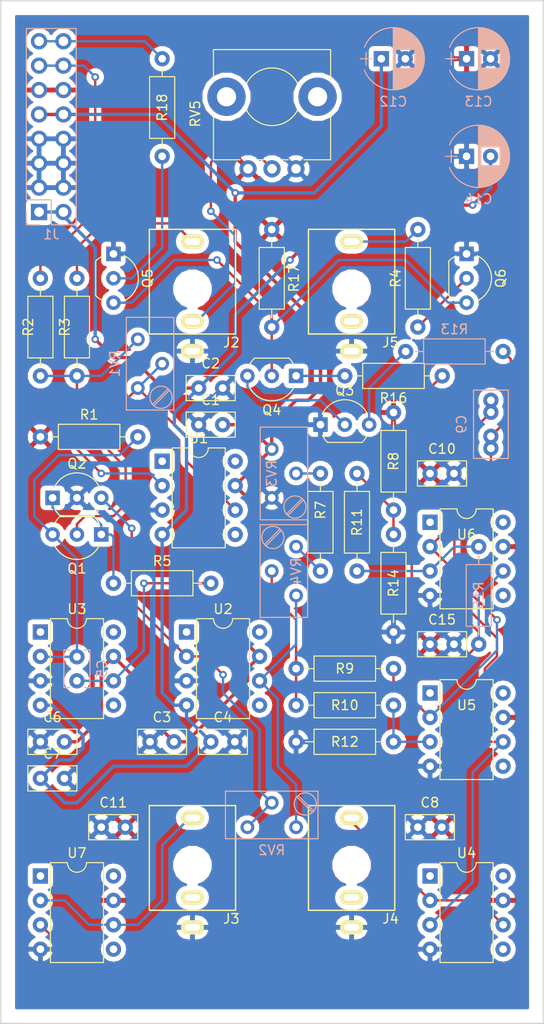
<source format=kicad_pcb>
(kicad_pcb (version 20170123) (host pcbnew "(2017-07-17 revision 94b9524f6)-master")
  (layers (0 F.Cu signal) (31 B.Cu signal) (34 B.Paste user) (35 F.Paste user) (36 B.SilkS user) (37 F.SilkS user) (38 B.Mask user) (39 F.Mask user) (44 Edge.Cuts user))
  (net 0 "")
  (net 1 +12V)
  (net 2 GND)
  (net 3 -12VA)
  (net 4 "Net-(C5-Pad2)")
  (net 5 "Net-(C5-Pad1)")
  (net 6 +5V)
  (net 7 "Net-(C9-Pad2)")
  (net 8 Tri-SMPL)
  (net 9 Gate)
  (net 10 CV)
  (net 11 "Net-(J2-Pad2)")
  (net 12 CV1)
  (net 13 "Net-(J3-Pad2)")
  (net 14 Square)
  (net 15 Triangle)
  (net 16 "Net-(J4-Pad2)")
  (net 17 Gate1)
  (net 18 "Net-(J5-Pad2)")
  (net 19 VIN)
  (net 20 "Net-(Q1-Pad1)")
  (net 21 "Net-(Q2-Pad3)")
  (net 22 "Net-(Q3-Pad2)")
  (net 23 "Net-(Q3-Pad3)")
  (net 24 "Net-(Q4-Pad1)")
  (net 25 "Net-(Q4-Pad2)")
  (net 26 "Net-(Q5-Pad2)")
  (net 27 "Net-(Q6-Pad2)")
  (net 28 "Net-(R2-Pad1)")
  (net 29 "Net-(R7-Pad1)")
  (net 30 "Net-(R7-Pad2)")
  (net 31 "Net-(R11-Pad2)")
  (net 32 "Net-(R10-Pad1)")
  (net 33 Exp-CV)
  (net 34 "Net-(R11-Pad1)")
  (net 35 Sqr-SMPL)
  (net 36 "Net-(U1-Pad8)")
  (net 37 "Net-(U1-Pad5)")
  (net 38 "Net-(U1-Pad1)")
  (net 39 "Net-(U2-Pad8)")
  (net 40 "Net-(U2-Pad5)")
  (net 41 "Net-(U2-Pad1)")
  (net 42 "Net-(U3-Pad1)")
  (net 43 "Net-(U3-Pad5)")
  (net 44 "Net-(U3-Pad8)")
  (net 45 "Net-(U4-Pad1)")
  (net 46 "Net-(U4-Pad5)")
  (net 47 "Net-(U4-Pad8)")
  (net 48 "Net-(U5-Pad1)")
  (net 49 "Net-(U5-Pad5)")
  (net 50 "Net-(U5-Pad8)")
  (net 51 "Net-(U6-Pad8)")
  (net 52 "Net-(U6-Pad5)")
  (net 53 "Net-(U6-Pad1)")
  (net 54 "Net-(U7-Pad8)")
  (net 55 "Net-(U7-Pad5)")
  (net 56 "Net-(U7-Pad1)")
  (net 57 "Net-(R10-Pad2)")
  (module Housings_DIP:DIP-8_W7.62mm (layer F.Cu) (at 116.84 107.95)
    (fp_text reference U1 (at 3.81 -2.39) (layer F.SilkS))
    (fp_text value LM741)
    (pad 8 thru_hole oval (at 7.62 0) (size 1.6 1.6) (drill 0.8) (layers *.Cu *.Mask) (net 36 "Net-(U1-Pad8)"))
    (pad 4 thru_hole oval (at 0 7.62) (size 1.6 1.6) (drill 0.8) (layers *.Cu *.Mask) (net 3 -12VA))
    (pad 7 thru_hole oval (at 7.62 2.54) (size 1.6 1.6) (drill 0.8) (layers *.Cu *.Mask) (net 1 +12V))
    (pad 3 thru_hole oval (at 0 5.08) (size 1.6 1.6) (drill 0.8) (layers *.Cu *.Mask) (net 2 GND))
    (pad 6 thru_hole oval (at 7.62 5.08) (size 1.6 1.6) (drill 0.8) (layers *.Cu *.Mask) (net 19 VIN))
    (pad 2 thru_hole oval (at 0 2.54) (size 1.6 1.6) (drill 0.8) (layers *.Cu *.Mask) (net 28 "Net-(R2-Pad1)"))
    (pad 5 thru_hole oval (at 7.62 7.62) (size 1.6 1.6) (drill 0.8) (layers *.Cu *.Mask) (net 37 "Net-(U1-Pad5)"))
    (pad 1 thru_hole rect (at 0 0) (size 1.6 1.6) (drill 0.8) (layers *.Cu *.Mask) (net 38 "Net-(U1-Pad1)"))
  )
  (module Potentiometers:Potentiometer_Alps_RK09L_Sleve_Single_Horizontal_Custom (layer F.Cu) (at 128.3 70 90)
    (fp_text reference RV5 (at -1.775 -8 90) (layer F.SilkS))
    (fp_text value 10k)
    (pad 0 np_thru_hole circle (at 0 4.75 90) (size 4 4) (drill 2) (layers *.Cu *.Mask))
    (pad 0 np_thru_hole circle (at 0 -4.75 90) (size 4 4) (drill 2) (layers *.Cu *.Mask))
    (pad 1 thru_hole circle (at -7.5 2.5 90) (size 1.8 1.8) (drill 1) (layers *.Cu *.Mask) (net 2 GND))
    (pad 2 thru_hole circle (at -7.5 0 90) (size 1.8 1.8) (drill 1) (layers *.Cu *.Mask) (net 11 "Net-(J2-Pad2)"))
    (pad 3 thru_hole circle (at -7.5 -2.5 90) (size 1.8 1.8) (drill 1) (layers *.Cu *.Mask) (net 6 +5V))
  )
  (module Capacitors_THT:C_Disc_D5.0mm_W2.5mm_P2.50mm (layer F.Cu) (at 120.65 104.14)
    (fp_text reference C1 (at 1.25 -2.56) (layer F.SilkS))
    (fp_text value 100nf)
    (pad 2 thru_hole circle (at 2.5 0) (size 1.6 1.6) (drill 0.8) (layers *.Cu *.Mask) (net 1 +12V))
    (pad 1 thru_hole circle (at 0 0) (size 1.6 1.6) (drill 0.8) (layers *.Cu *.Mask) (net 2 GND))
  )
  (module Capacitors_THT:C_Disc_D5.0mm_W2.5mm_P2.50mm (layer F.Cu) (at 120.65 100.33)
    (fp_text reference C2 (at 1.25 -2.56) (layer F.SilkS))
    (fp_text value 100nf)
    (pad 1 thru_hole circle (at 0 0) (size 1.6 1.6) (drill 0.8) (layers *.Cu *.Mask) (net 3 -12VA))
    (pad 2 thru_hole circle (at 2.5 0) (size 1.6 1.6) (drill 0.8) (layers *.Cu *.Mask) (net 2 GND))
  )
  (module Capacitors_THT:C_Disc_D5.0mm_W2.5mm_P2.50mm (layer F.Cu) (at 115.57 137.16)
    (fp_text reference C3 (at 1.25 -2.56) (layer F.SilkS))
    (fp_text value 100nf)
    (pad 1 thru_hole circle (at 0 0) (size 1.6 1.6) (drill 0.8) (layers *.Cu *.Mask) (net 2 GND))
    (pad 2 thru_hole circle (at 2.5 0) (size 1.6 1.6) (drill 0.8) (layers *.Cu *.Mask) (net 1 +12V))
  )
  (module Capacitors_THT:C_Disc_D5.0mm_W2.5mm_P2.50mm (layer F.Cu) (at 121.92 137.16)
    (fp_text reference C4 (at 1.25 -2.56) (layer F.SilkS))
    (fp_text value 100nf)
    (pad 2 thru_hole circle (at 2.5 0) (size 1.6 1.6) (drill 0.8) (layers *.Cu *.Mask) (net 2 GND))
    (pad 1 thru_hole circle (at 0 0) (size 1.6 1.6) (drill 0.8) (layers *.Cu *.Mask) (net 3 -12VA))
  )
  (module Capacitors_THT:C_Disc_D3.8mm_W2.6mm_P2.50mm (layer B.Cu) (at 107.95 130.81 90)
    (fp_text reference C5 (at 1.25 2.61 90) (layer B.SilkS) (effects (justify mirror)))
    (fp_text value 1nf)
    (pad 2 thru_hole circle (at 2.5 0 90) (size 1.6 1.6) (drill 0.8) (layers *.Cu *.Mask) (net 4 "Net-(C5-Pad2)"))
    (pad 1 thru_hole circle (at 0 0 90) (size 1.6 1.6) (drill 0.8) (layers *.Cu *.Mask) (net 5 "Net-(C5-Pad1)"))
  )
  (module Capacitors_THT:C_Disc_D5.0mm_W2.5mm_P2.50mm (layer F.Cu) (at 104.14 137.16)
    (fp_text reference C6 (at 1.25 -2.56) (layer F.SilkS))
    (fp_text value 100nf)
    (pad 1 thru_hole circle (at 0 0) (size 1.6 1.6) (drill 0.8) (layers *.Cu *.Mask) (net 2 GND))
    (pad 2 thru_hole circle (at 2.5 0) (size 1.6 1.6) (drill 0.8) (layers *.Cu *.Mask) (net 1 +12V))
  )
  (module Capacitors_THT:C_Disc_D5.0mm_W2.5mm_P2.50mm (layer F.Cu) (at 104.14 140.97)
    (fp_text reference C7 (at 1.25 -2.56) (layer F.SilkS))
    (fp_text value 100nf)
    (pad 2 thru_hole circle (at 2.5 0) (size 1.6 1.6) (drill 0.8) (layers *.Cu *.Mask) (net 2 GND))
    (pad 1 thru_hole circle (at 0 0) (size 1.6 1.6) (drill 0.8) (layers *.Cu *.Mask) (net 3 -12VA))
  )
  (module Capacitors_THT:C_Disc_D5.0mm_W2.5mm_P2.50mm (layer F.Cu) (at 143.51 146.05)
    (fp_text reference C8 (at 1.25 -2.56) (layer F.SilkS))
    (fp_text value 100nf)
    (pad 1 thru_hole circle (at 0 0) (size 1.6 1.6) (drill 0.8) (layers *.Cu *.Mask) (net 2 GND))
    (pad 2 thru_hole circle (at 2.5 0) (size 1.6 1.6) (drill 0.8) (layers *.Cu *.Mask) (net 6 +5V))
  )
  (module Capacitors_THT:C_Rect_L7.0mm_W3.5mm_P2.50mm_P5.00mm (layer B.Cu) (at 151.13 101.6 270)
    (fp_text reference C9 (at 2.5 3.06 270) (layer B.SilkS) (effects (justify mirror)))
    (fp_text value 4nf)
    (pad 2 thru_hole circle (at 5 0 270) (size 1.6 1.6) (drill 0.8) (layers *.Cu *.Mask) (net 7 "Net-(C9-Pad2)"))
    (pad 1 thru_hole circle (at 0 0 270) (size 1.6 1.6) (drill 0.8) (layers *.Cu *.Mask) (net 8 Tri-SMPL))
    (pad 2 thru_hole circle (at 3.75 0 270) (size 1.6 1.6) (drill 0.8) (layers *.Cu *.Mask) (net 7 "Net-(C9-Pad2)"))
    (pad 1 thru_hole circle (at 1.25 0 270) (size 1.6 1.6) (drill 0.8) (layers *.Cu *.Mask) (net 8 Tri-SMPL))
  )
  (module Capacitors_THT:C_Disc_D5.0mm_W2.5mm_P2.50mm (layer F.Cu) (at 144.78 109.22)
    (fp_text reference C10 (at 1.25 -2.56) (layer F.SilkS))
    (fp_text value 100nf)
    (pad 2 thru_hole circle (at 2.5 0) (size 1.6 1.6) (drill 0.8) (layers *.Cu *.Mask) (net 2 GND))
    (pad 1 thru_hole circle (at 0 0) (size 1.6 1.6) (drill 0.8) (layers *.Cu *.Mask) (net 6 +5V))
  )
  (module Capacitors_THT:C_Disc_D5.0mm_W2.5mm_P2.50mm (layer F.Cu) (at 110.49 146.05)
    (fp_text reference C11 (at 1.25 -2.56) (layer F.SilkS))
    (fp_text value 100nf)
    (pad 2 thru_hole circle (at 2.5 0) (size 1.6 1.6) (drill 0.8) (layers *.Cu *.Mask) (net 6 +5V))
    (pad 1 thru_hole circle (at 0 0) (size 1.6 1.6) (drill 0.8) (layers *.Cu *.Mask) (net 2 GND))
  )
  (module Capacitors_THT:CP_Radial_D6.3mm_P2.50mm (layer B.Cu) (at 139.7 66.04)
    (fp_text reference C12 (at 1.25 4.46) (layer B.SilkS) (effects (justify mirror)))
    (fp_text value 100uf)
    (pad 2 thru_hole circle (at 2.5 0) (size 1.6 1.6) (drill 0.8) (layers *.Cu *.Mask) (net 2 GND))
    (pad 1 thru_hole rect (at 0 0) (size 1.6 1.6) (drill 0.8) (layers *.Cu *.Mask) (net 1 +12V))
  )
  (module Capacitors_THT:CP_Radial_D6.3mm_P2.50mm (layer B.Cu) (at 148.59 66.04)
    (fp_text reference C13 (at 1.25 4.46) (layer B.SilkS) (effects (justify mirror)))
    (fp_text value 100uf)
    (pad 1 thru_hole rect (at 0 0) (size 1.6 1.6) (drill 0.8) (layers *.Cu *.Mask) (net 6 +5V))
    (pad 2 thru_hole circle (at 2.5 0) (size 1.6 1.6) (drill 0.8) (layers *.Cu *.Mask) (net 2 GND))
  )
  (module Capacitors_THT:CP_Radial_D6.3mm_P2.50mm (layer B.Cu) (at 148.59 76.2)
    (fp_text reference C14 (at 1.25 4.46) (layer B.SilkS) (effects (justify mirror)))
    (fp_text value 100uf)
    (pad 2 thru_hole circle (at 2.5 0) (size 1.6 1.6) (drill 0.8) (layers *.Cu *.Mask) (net 3 -12VA))
    (pad 1 thru_hole rect (at 0 0) (size 1.6 1.6) (drill 0.8) (layers *.Cu *.Mask) (net 2 GND))
  )
  (module Capacitors_THT:C_Disc_D5.0mm_W2.5mm_P2.50mm (layer F.Cu) (at 144.78 127)
    (fp_text reference C15 (at 1.25 -2.56) (layer F.SilkS))
    (fp_text value 100nf)
    (pad 1 thru_hole circle (at 0 0) (size 1.6 1.6) (drill 0.8) (layers *.Cu *.Mask) (net 6 +5V))
    (pad 2 thru_hole circle (at 2.5 0) (size 1.6 1.6) (drill 0.8) (layers *.Cu *.Mask) (net 2 GND))
  )
  (module Pin_Headers:Pin_Header_Straight_2x08_Pitch2.54mm (layer B.Cu) (at 104 82)
    (fp_text reference J1 (at 1.27 2.33) (layer B.SilkS) (effects (justify mirror)))
    (fp_text value CONN_02X08)
    (pad 16 thru_hole oval (at 2.54 -17.78) (size 1.7 1.7) (drill 1) (layers *.Cu *.Mask) (net 9 Gate))
    (pad 15 thru_hole oval (at 0 -17.78) (size 1.7 1.7) (drill 1) (layers *.Cu *.Mask) (net 9 Gate))
    (pad 14 thru_hole oval (at 2.54 -15.24) (size 1.7 1.7) (drill 1) (layers *.Cu *.Mask) (net 10 CV))
    (pad 13 thru_hole oval (at 0 -15.24) (size 1.7 1.7) (drill 1) (layers *.Cu *.Mask) (net 10 CV))
    (pad 12 thru_hole oval (at 2.54 -12.7) (size 1.7 1.7) (drill 1) (layers *.Cu *.Mask) (net 6 +5V))
    (pad 11 thru_hole oval (at 0 -12.7) (size 1.7 1.7) (drill 1) (layers *.Cu *.Mask) (net 6 +5V))
    (pad 10 thru_hole oval (at 2.54 -10.16) (size 1.7 1.7) (drill 1) (layers *.Cu *.Mask) (net 1 +12V))
    (pad 9 thru_hole oval (at 0 -10.16) (size 1.7 1.7) (drill 1) (layers *.Cu *.Mask) (net 1 +12V))
    (pad 8 thru_hole oval (at 2.54 -7.62) (size 1.7 1.7) (drill 1) (layers *.Cu *.Mask) (net 2 GND))
    (pad 7 thru_hole oval (at 0 -7.62) (size 1.7 1.7) (drill 1) (layers *.Cu *.Mask) (net 2 GND))
    (pad 6 thru_hole oval (at 2.54 -5.08) (size 1.7 1.7) (drill 1) (layers *.Cu *.Mask) (net 2 GND))
    (pad 5 thru_hole oval (at 0 -5.08) (size 1.7 1.7) (drill 1) (layers *.Cu *.Mask) (net 2 GND))
    (pad 4 thru_hole oval (at 2.54 -2.54) (size 1.7 1.7) (drill 1) (layers *.Cu *.Mask) (net 2 GND))
    (pad 3 thru_hole oval (at 0 -2.54) (size 1.7 1.7) (drill 1) (layers *.Cu *.Mask) (net 2 GND))
    (pad 2 thru_hole oval (at 2.54 0) (size 1.7 1.7) (drill 1) (layers *.Cu *.Mask) (net 3 -12VA))
    (pad 1 thru_hole rect (at 0 0) (size 1.7 1.7) (drill 1) (layers *.Cu *.Mask) (net 3 -12VA))
  )
  (module Eurocad:PJ301M-12 (layer F.Cu) (at 120 90)
    (fp_text reference J2 (at 4.064 5.588) (layer F.SilkS))
    (fp_text value PJ301M-12)
    (pad "" np_thru_hole circle (at 0 0) (size 3 3) (drill 3) (layers *.Cu *.Mask))
    (pad 2 thru_hole oval (at 0 3.38) (size 2.4 1.5) (drill oval 1.6 0.7) (layers *.Cu *.Mask F.SilkS) (net 11 "Net-(J2-Pad2)"))
    (pad 1 thru_hole oval (at 0 6.48) (size 2.4 1.5) (drill oval 1.6 0.7) (layers *.Cu *.Mask F.SilkS) (net 2 GND))
    (pad 3 thru_hole oval (at 0 -4.92) (size 2.4 1.5) (drill oval 1.6 0.7) (layers *.Cu *.Mask F.SilkS) (net 12 CV1))
  )
  (module Eurocad:PJ301M-12 (layer F.Cu) (at 120 150)
    (fp_text reference J3 (at 4.064 5.588) (layer F.SilkS))
    (fp_text value PJ301M-12)
    (pad "" np_thru_hole circle (at 0 0) (size 3 3) (drill 3) (layers *.Cu *.Mask))
    (pad 2 thru_hole oval (at 0 3.38) (size 2.4 1.5) (drill oval 1.6 0.7) (layers *.Cu *.Mask F.SilkS) (net 13 "Net-(J3-Pad2)"))
    (pad 1 thru_hole oval (at 0 6.48) (size 2.4 1.5) (drill oval 1.6 0.7) (layers *.Cu *.Mask F.SilkS) (net 2 GND))
    (pad 3 thru_hole oval (at 0 -4.92) (size 2.4 1.5) (drill oval 1.6 0.7) (layers *.Cu *.Mask F.SilkS) (net 14 Square))
  )
  (module Eurocad:PJ301M-12 (layer F.Cu) (at 136.6 150)
    (fp_text reference J4 (at 4.064 5.588) (layer F.SilkS))
    (fp_text value PJ301M-12)
    (pad 3 thru_hole oval (at 0 -4.92) (size 2.4 1.5) (drill oval 1.6 0.7) (layers *.Cu *.Mask F.SilkS) (net 15 Triangle))
    (pad 1 thru_hole oval (at 0 6.48) (size 2.4 1.5) (drill oval 1.6 0.7) (layers *.Cu *.Mask F.SilkS) (net 2 GND))
    (pad 2 thru_hole oval (at 0 3.38) (size 2.4 1.5) (drill oval 1.6 0.7) (layers *.Cu *.Mask F.SilkS) (net 16 "Net-(J4-Pad2)"))
    (pad "" np_thru_hole circle (at 0 0) (size 3 3) (drill 3) (layers *.Cu *.Mask))
  )
  (module Eurocad:PJ301M-12 (layer F.Cu) (at 136.6 90)
    (fp_text reference J5 (at 4.064 5.588) (layer F.SilkS))
    (fp_text value PJ301M-12)
    (pad 3 thru_hole oval (at 0 -4.92) (size 2.4 1.5) (drill oval 1.6 0.7) (layers *.Cu *.Mask F.SilkS) (net 17 Gate1))
    (pad 1 thru_hole oval (at 0 6.48) (size 2.4 1.5) (drill oval 1.6 0.7) (layers *.Cu *.Mask F.SilkS) (net 2 GND))
    (pad 2 thru_hole oval (at 0 3.38) (size 2.4 1.5) (drill oval 1.6 0.7) (layers *.Cu *.Mask F.SilkS) (net 18 "Net-(J5-Pad2)"))
    (pad "" np_thru_hole circle (at 0 0) (size 3 3) (drill 3) (layers *.Cu *.Mask))
  )
  (module TO_SOT_Packages_THT:TO-92_Inline_Wide (layer F.Cu) (at 110.49 115.57 180)
    (fp_text reference Q1 (at 2.54 -3.56) (layer F.SilkS))
    (fp_text value 2N3904)
    (pad 2 thru_hole circle (at 2.54 0 270) (size 1.52 1.52) (drill 0.8) (layers *.Cu *.Mask) (net 19 VIN))
    (pad 3 thru_hole circle (at 5.08 0 270) (size 1.52 1.52) (drill 0.8) (layers *.Cu *.Mask) (net 4 "Net-(C5-Pad2)"))
    (pad 1 thru_hole rect (at 0 0 270) (size 1.52 1.52) (drill 0.8) (layers *.Cu *.Mask) (net 20 "Net-(Q1-Pad1)"))
  )
  (module TO_SOT_Packages_THT:TO-92_Inline_Wide (layer F.Cu) (at 105.41 111.76)
    (fp_text reference Q2 (at 2.54 -3.56 180) (layer F.SilkS))
    (fp_text value 2N3904)
    (pad 1 thru_hole rect (at 0 0 90) (size 1.52 1.52) (drill 0.8) (layers *.Cu *.Mask) (net 20 "Net-(Q1-Pad1)"))
    (pad 3 thru_hole circle (at 5.08 0 90) (size 1.52 1.52) (drill 0.8) (layers *.Cu *.Mask) (net 21 "Net-(Q2-Pad3)"))
    (pad 2 thru_hole circle (at 2.54 0 90) (size 1.52 1.52) (drill 0.8) (layers *.Cu *.Mask) (net 2 GND))
  )
  (module TO_SOT_Packages_THT:TO-92_Inline_Wide (layer F.Cu) (at 133.35 104.14)
    (fp_text reference Q3 (at 2.54 -3.56 180) (layer F.SilkS))
    (fp_text value 2N3904)
    (pad 2 thru_hole circle (at 2.54 0 90) (size 1.52 1.52) (drill 0.8) (layers *.Cu *.Mask) (net 22 "Net-(Q3-Pad2)"))
    (pad 3 thru_hole circle (at 5.08 0 90) (size 1.52 1.52) (drill 0.8) (layers *.Cu *.Mask) (net 23 "Net-(Q3-Pad3)"))
    (pad 1 thru_hole rect (at 0 0 90) (size 1.52 1.52) (drill 0.8) (layers *.Cu *.Mask) (net 2 GND))
  )
  (module TO_SOT_Packages_THT:TO-92_Inline_Wide (layer F.Cu) (at 130.81 99.06 180)
    (fp_text reference Q4 (at 2.54 -3.56) (layer F.SilkS))
    (fp_text value 2N3906)
    (pad 1 thru_hole rect (at 0 0 270) (size 1.52 1.52) (drill 0.8) (layers *.Cu *.Mask) (net 24 "Net-(Q4-Pad1)"))
    (pad 3 thru_hole circle (at 5.08 0 270) (size 1.52 1.52) (drill 0.8) (layers *.Cu *.Mask) (net 22 "Net-(Q3-Pad2)"))
    (pad 2 thru_hole circle (at 2.54 0 270) (size 1.52 1.52) (drill 0.8) (layers *.Cu *.Mask) (net 25 "Net-(Q4-Pad2)"))
  )
  (module TO_SOT_Packages_THT:TO-92_Inline_Wide (layer F.Cu) (at 111.76 86.36 270)
    (fp_text reference Q5 (at 2.54 -3.56 90) (layer F.SilkS))
    (fp_text value 2N3904)
    (pad 2 thru_hole circle (at 2.54 0) (size 1.52 1.52) (drill 0.8) (layers *.Cu *.Mask) (net 26 "Net-(Q5-Pad2)"))
    (pad 3 thru_hole circle (at 5.08 0) (size 1.52 1.52) (drill 0.8) (layers *.Cu *.Mask) (net 25 "Net-(Q4-Pad2)"))
    (pad 1 thru_hole rect (at 0 0) (size 1.52 1.52) (drill 0.8) (layers *.Cu *.Mask) (net 2 GND))
  )
  (module TO_SOT_Packages_THT:TO-92_Inline_Wide (layer F.Cu) (at 148.59 86.36 270)
    (fp_text reference Q6 (at 2.54 -3.56 90) (layer F.SilkS))
    (fp_text value 2N3904)
    (pad 1 thru_hole rect (at 0 0) (size 1.52 1.52) (drill 0.8) (layers *.Cu *.Mask) (net 2 GND))
    (pad 3 thru_hole circle (at 5.08 0) (size 1.52 1.52) (drill 0.8) (layers *.Cu *.Mask) (net 25 "Net-(Q4-Pad2)"))
    (pad 2 thru_hole circle (at 2.54 0) (size 1.52 1.52) (drill 0.8) (layers *.Cu *.Mask) (net 27 "Net-(Q6-Pad2)"))
  )
  (module Resistors_THT:R_Axial_DIN0207_L6.3mm_D2.5mm_P10.16mm_Horizontal (layer F.Cu) (at 104.14 105.41)
    (fp_text reference R1 (at 5.08 -2.31) (layer F.SilkS))
    (fp_text value 1M)
    (pad 1 thru_hole circle (at 0 0) (size 1.6 1.6) (drill 0.8) (layers *.Cu *.Mask) (net 6 +5V))
    (pad 2 thru_hole oval (at 10.16 0) (size 1.6 1.6) (drill 0.8) (layers *.Cu *.Mask) (net 4 "Net-(C5-Pad2)"))
  )
  (module Resistors_THT:R_Axial_DIN0207_L6.3mm_D2.5mm_P10.16mm_Horizontal (layer F.Cu) (at 104.14 99.06 90)
    (fp_text reference R2 (at 5.08 -1.27 90) (layer F.SilkS))
    (fp_text value 100k)
    (pad 2 thru_hole oval (at 10.16 0 90) (size 1.6 1.6) (drill 0.8) (layers *.Cu *.Mask) (net 10 CV))
    (pad 1 thru_hole circle (at 0 0 90) (size 1.6 1.6) (drill 0.8) (layers *.Cu *.Mask) (net 28 "Net-(R2-Pad1)"))
  )
  (module Resistors_THT:R_Axial_DIN0207_L6.3mm_D2.5mm_P10.16mm_Horizontal (layer F.Cu) (at 107.95 99.06 90)
    (fp_text reference R3 (at 5.08 -1.27 90) (layer F.SilkS))
    (fp_text value 100k)
    (pad 1 thru_hole circle (at 0 0 90) (size 1.6 1.6) (drill 0.8) (layers *.Cu *.Mask) (net 28 "Net-(R2-Pad1)"))
    (pad 2 thru_hole oval (at 10.16 0 90) (size 1.6 1.6) (drill 0.8) (layers *.Cu *.Mask) (net 12 CV1))
  )
  (module Resistors_THT:R_Axial_DIN0207_L6.3mm_D2.5mm_P10.16mm_Horizontal (layer F.Cu) (at 143.51 93.98 90)
    (fp_text reference R4 (at 5.08 -2.31 90) (layer F.SilkS))
    (fp_text value 10k)
    (pad 2 thru_hole oval (at 10.16 0 90) (size 1.6 1.6) (drill 0.8) (layers *.Cu *.Mask) (net 17 Gate1))
    (pad 1 thru_hole circle (at 0 0 90) (size 1.6 1.6) (drill 0.8) (layers *.Cu *.Mask) (net 27 "Net-(Q6-Pad2)"))
  )
  (module Resistors_THT:R_Axial_DIN0207_L6.3mm_D2.5mm_P10.16mm_Horizontal (layer F.Cu) (at 111.76 120.65)
    (fp_text reference R5 (at 5.08 -2.31) (layer F.SilkS))
    (fp_text value 1k)
    (pad 2 thru_hole oval (at 10.16 0) (size 1.6 1.6) (drill 0.8) (layers *.Cu *.Mask) (net 5 "Net-(C5-Pad1)"))
    (pad 1 thru_hole circle (at 0 0) (size 1.6 1.6) (drill 0.8) (layers *.Cu *.Mask) (net 20 "Net-(Q1-Pad1)"))
  )
  (module Resistors_THT:R_Axial_DIN0207_L6.3mm_D2.5mm_P10.16mm_Horizontal (layer F.Cu) (at 133.35 109.22 270)
    (fp_text reference R7 (at 3.81 0 270) (layer F.SilkS))
    (fp_text value 1k)
    (pad 1 thru_hole circle (at 0 0 270) (size 1.6 1.6) (drill 0.8) (layers *.Cu *.Mask) (net 29 "Net-(R7-Pad1)"))
    (pad 2 thru_hole oval (at 10.16 0 270) (size 1.6 1.6) (drill 0.8) (layers *.Cu *.Mask) (net 30 "Net-(R7-Pad2)"))
  )
  (module Resistors_THT:R_Axial_DIN0207_L6.3mm_D2.5mm_P10.16mm_Horizontal (layer F.Cu) (at 140.97 113.03 90)
    (fp_text reference R8 (at 5.08 0 90) (layer F.SilkS))
    (fp_text value 100k)
    (pad 2 thru_hole oval (at 10.16 0 90) (size 1.6 1.6) (drill 0.8) (layers *.Cu *.Mask) (net 6 +5V))
    (pad 1 thru_hole circle (at 0 0 90) (size 1.6 1.6) (drill 0.8) (layers *.Cu *.Mask) (net 31 "Net-(R11-Pad2)"))
  )
  (module Resistors_THT:R_Axial_DIN0207_L6.3mm_D2.5mm_P10.16mm_Horizontal (layer F.Cu) (at 140.97 129.54 180)
    (fp_text reference R9 (at 5.08 0 180) (layer F.SilkS))
    (fp_text value 100k)
    (pad 2 thru_hole oval (at 10.16 0 180) (size 1.6 1.6) (drill 0.8) (layers *.Cu *.Mask) (net 57 "Net-(R10-Pad2)"))
    (pad 1 thru_hole circle (at 0 0 180) (size 1.6 1.6) (drill 0.8) (layers *.Cu *.Mask) (net 7 "Net-(C9-Pad2)"))
  )
  (module Resistors_THT:R_Axial_DIN0207_L6.3mm_D2.5mm_P10.16mm_Horizontal (layer F.Cu) (at 140.97 133.35 180)
    (fp_text reference R10 (at 5.08 0 180) (layer F.SilkS))
    (fp_text value 50k)
    (pad 1 thru_hole circle (at 0 0 180) (size 1.6 1.6) (drill 0.8) (layers *.Cu *.Mask) (net 32 "Net-(R10-Pad1)"))
    (pad 2 thru_hole oval (at 10.16 0 180) (size 1.6 1.6) (drill 0.8) (layers *.Cu *.Mask) (net 57 "Net-(R10-Pad2)"))
  )
  (module Resistors_THT:R_Axial_DIN0207_L6.3mm_D2.5mm_P10.16mm_Horizontal (layer F.Cu) (at 137.16 119.38 90)
    (fp_text reference R11 (at 5.08 0 90) (layer F.SilkS))
    (fp_text value 50k)
    (pad 2 thru_hole oval (at 10.16 0 90) (size 1.6 1.6) (drill 0.8) (layers *.Cu *.Mask) (net 31 "Net-(R11-Pad2)"))
    (pad 1 thru_hole circle (at 0 0 90) (size 1.6 1.6) (drill 0.8) (layers *.Cu *.Mask) (net 34 "Net-(R11-Pad1)"))
  )
  (module Resistors_THT:R_Axial_DIN0207_L6.3mm_D2.5mm_P10.16mm_Horizontal (layer F.Cu) (at 140.97 137.16 180)
    (fp_text reference R12 (at 5.08 0 180) (layer F.SilkS))
    (fp_text value 50k)
    (pad 2 thru_hole oval (at 10.16 0 180) (size 1.6 1.6) (drill 0.8) (layers *.Cu *.Mask) (net 2 GND))
    (pad 1 thru_hole circle (at 0 0 180) (size 1.6 1.6) (drill 0.8) (layers *.Cu *.Mask) (net 32 "Net-(R10-Pad1)"))
  )
  (module Resistors_THT:R_Axial_DIN0207_L6.3mm_D2.5mm_P10.16mm_Horizontal (layer B.Cu) (at 152.4 96.52 180)
    (fp_text reference R13 (at 5.08 2.31 180) (layer B.SilkS) (effects (justify mirror)))
    (fp_text value 50k)
    (pad 2 thru_hole oval (at 10.16 0 180) (size 1.6 1.6) (drill 0.8) (layers *.Cu *.Mask) (net 23 "Net-(Q3-Pad3)"))
    (pad 1 thru_hole circle (at 0 0 180) (size 1.6 1.6) (drill 0.8) (layers *.Cu *.Mask) (net 7 "Net-(C9-Pad2)"))
  )
  (module Resistors_THT:R_Axial_DIN0207_L6.3mm_D2.5mm_P10.16mm_Horizontal (layer F.Cu) (at 140.97 115.57 270)
    (fp_text reference R14 (at 5.08 0 270) (layer F.SilkS))
    (fp_text value 100k)
    (pad 1 thru_hole circle (at 0 0 270) (size 1.6 1.6) (drill 0.8) (layers *.Cu *.Mask) (net 31 "Net-(R11-Pad2)"))
    (pad 2 thru_hole oval (at 10.16 0 270) (size 1.6 1.6) (drill 0.8) (layers *.Cu *.Mask) (net 2 GND))
  )
  (module Resistors_THT:R_Axial_DIN0207_L6.3mm_D2.5mm_P10.16mm_Horizontal (layer B.Cu) (at 149.86 127 90)
    (fp_text reference R15 (at 5.08 0 90) (layer B.SilkS) (effects (justify mirror)))
    (fp_text value 100k)
    (pad 2 thru_hole oval (at 10.16 0 90) (size 1.6 1.6) (drill 0.8) (layers *.Cu *.Mask) (net 34 "Net-(R11-Pad1)"))
    (pad 1 thru_hole circle (at 0 0 90) (size 1.6 1.6) (drill 0.8) (layers *.Cu *.Mask) (net 35 Sqr-SMPL))
  )
  (module Resistors_THT:R_Axial_DIN0207_L6.3mm_D2.5mm_P10.16mm_Horizontal (layer F.Cu) (at 146.05 99.06 180)
    (fp_text reference R16 (at 5.08 -2.31 180) (layer F.SilkS))
    (fp_text value 100k)
    (pad 1 thru_hole circle (at 0 0 180) (size 1.6 1.6) (drill 0.8) (layers *.Cu *.Mask) (net 35 Sqr-SMPL))
    (pad 2 thru_hole oval (at 10.16 0 180) (size 1.6 1.6) (drill 0.8) (layers *.Cu *.Mask) (net 24 "Net-(Q4-Pad1)"))
  )
  (module Resistors_THT:R_Axial_DIN0207_L6.3mm_D2.5mm_P10.16mm_Horizontal (layer F.Cu) (at 128.27 83.82 270)
    (fp_text reference R17 (at 5.08 -2.31 270) (layer F.SilkS))
    (fp_text value 100k)
    (pad 1 thru_hole circle (at 0 0 270) (size 1.6 1.6) (drill 0.8) (layers *.Cu *.Mask) (net 6 +5V))
    (pad 2 thru_hole oval (at 10.16 0 270) (size 1.6 1.6) (drill 0.8) (layers *.Cu *.Mask) (net 25 "Net-(Q4-Pad2)"))
  )
  (module Resistors_THT:R_Axial_DIN0207_L6.3mm_D2.5mm_P10.16mm_Horizontal (layer F.Cu) (at 116.84 66.04 270)
    (fp_text reference R18 (at 5.08 0 270) (layer F.SilkS))
    (fp_text value 10k)
    (pad 1 thru_hole circle (at 0 0 270) (size 1.6 1.6) (drill 0.8) (layers *.Cu *.Mask) (net 9 Gate))
    (pad 2 thru_hole oval (at 10.16 0 270) (size 1.6 1.6) (drill 0.8) (layers *.Cu *.Mask) (net 26 "Net-(Q5-Pad2)"))
  )
  (module Potentiometers:Potentiometer_Trimmer_Bourns_3296Y (layer B.Cu) (at 114.3 100.33 270)
    (fp_text reference RV1 (at -2.54 2.39 270) (layer B.SilkS) (effects (justify mirror)))
    (fp_text value 10k)
    (pad 1 thru_hole circle (at 0 0 270) (size 1.44 1.44) (drill 0.8) (layers *.Cu *.Mask) (net 19 VIN))
    (pad 2 thru_hole circle (at -2.54 -2.54 270) (size 1.44 1.44) (drill 0.8) (layers *.Cu *.Mask) (net 19 VIN))
    (pad 3 thru_hole circle (at -5.08 0 270) (size 1.44 1.44) (drill 0.8) (layers *.Cu *.Mask) (net 28 "Net-(R2-Pad1)"))
  )
  (module Potentiometers:Potentiometer_Trimmer_Bourns_3296Y (layer B.Cu) (at 130.81 146.05)
    (fp_text reference RV2 (at -2.54 2.39) (layer B.SilkS) (effects (justify mirror)))
    (fp_text value 100k)
    (pad 1 thru_hole circle (at 0 0) (size 1.44 1.44) (drill 0.8) (layers *.Cu *.Mask) (net 33 Exp-CV))
    (pad 2 thru_hole circle (at -2.54 -2.54) (size 1.44 1.44) (drill 0.8) (layers *.Cu *.Mask) (net 21 "Net-(Q2-Pad3)"))
    (pad 3 thru_hole circle (at -5.08 0) (size 1.44 1.44) (drill 0.8) (layers *.Cu *.Mask) (net 21 "Net-(Q2-Pad3)"))
  )
  (module Potentiometers:Potentiometer_Trimmer_Bourns_3296Y (layer B.Cu) (at 128.27 111.76 270)
    (fp_text reference RV3 (at -2.54 0 270) (layer B.SilkS) (effects (justify mirror)))
    (fp_text value 10k)
    (pad 3 thru_hole circle (at -5.08 0 270) (size 1.44 1.44) (drill 0.8) (layers *.Cu *.Mask) (net 1 +12V))
    (pad 2 thru_hole circle (at -2.54 -2.54 270) (size 1.44 1.44) (drill 0.8) (layers *.Cu *.Mask) (net 29 "Net-(R7-Pad1)"))
    (pad 1 thru_hole circle (at 0 0 270) (size 1.44 1.44) (drill 0.8) (layers *.Cu *.Mask) (net 2 GND))
  )
  (module Potentiometers:Potentiometer_Trimmer_Bourns_3296Y (layer B.Cu) (at 130.81 116.84 90)
    (fp_text reference RV4 (at -2.54 0 90) (layer B.SilkS) (effects (justify mirror)))
    (fp_text value 10k)
    (pad 3 thru_hole circle (at -5.08 0 90) (size 1.44 1.44) (drill 0.8) (layers *.Cu *.Mask) (net 33 Exp-CV))
    (pad 2 thru_hole circle (at -2.54 -2.54 90) (size 1.44 1.44) (drill 0.8) (layers *.Cu *.Mask) (net 57 "Net-(R10-Pad2)"))
    (pad 1 thru_hole circle (at 0 0 90) (size 1.44 1.44) (drill 0.8) (layers *.Cu *.Mask) (net 30 "Net-(R7-Pad2)"))
  )
  (module Housings_DIP:DIP-8_W7.62mm (layer F.Cu) (at 119.38 125.73)
    (fp_text reference U2 (at 3.81 -2.39) (layer F.SilkS))
    (fp_text value LM741)
    (pad 8 thru_hole oval (at 7.62 0) (size 1.6 1.6) (drill 0.8) (layers *.Cu *.Mask) (net 39 "Net-(U2-Pad8)"))
    (pad 4 thru_hole oval (at 0 7.62) (size 1.6 1.6) (drill 0.8) (layers *.Cu *.Mask) (net 3 -12VA))
    (pad 7 thru_hole oval (at 7.62 2.54) (size 1.6 1.6) (drill 0.8) (layers *.Cu *.Mask) (net 1 +12V))
    (pad 3 thru_hole oval (at 0 5.08) (size 1.6 1.6) (drill 0.8) (layers *.Cu *.Mask) (net 2 GND))
    (pad 6 thru_hole oval (at 7.62 5.08) (size 1.6 1.6) (drill 0.8) (layers *.Cu *.Mask) (net 33 Exp-CV))
    (pad 2 thru_hole oval (at 0 2.54) (size 1.6 1.6) (drill 0.8) (layers *.Cu *.Mask) (net 21 "Net-(Q2-Pad3)"))
    (pad 5 thru_hole oval (at 7.62 7.62) (size 1.6 1.6) (drill 0.8) (layers *.Cu *.Mask) (net 40 "Net-(U2-Pad5)"))
    (pad 1 thru_hole rect (at 0 0) (size 1.6 1.6) (drill 0.8) (layers *.Cu *.Mask) (net 41 "Net-(U2-Pad1)"))
  )
  (module Housings_DIP:DIP-8_W7.62mm (layer F.Cu) (at 104.14 125.73)
    (fp_text reference U3 (at 3.81 -2.39) (layer F.SilkS))
    (fp_text value LM741)
    (pad 1 thru_hole rect (at 0 0) (size 1.6 1.6) (drill 0.8) (layers *.Cu *.Mask) (net 42 "Net-(U3-Pad1)"))
    (pad 5 thru_hole oval (at 7.62 7.62) (size 1.6 1.6) (drill 0.8) (layers *.Cu *.Mask) (net 43 "Net-(U3-Pad5)"))
    (pad 2 thru_hole oval (at 0 2.54) (size 1.6 1.6) (drill 0.8) (layers *.Cu *.Mask) (net 4 "Net-(C5-Pad2)"))
    (pad 6 thru_hole oval (at 7.62 5.08) (size 1.6 1.6) (drill 0.8) (layers *.Cu *.Mask) (net 5 "Net-(C5-Pad1)"))
    (pad 3 thru_hole oval (at 0 5.08) (size 1.6 1.6) (drill 0.8) (layers *.Cu *.Mask) (net 2 GND))
    (pad 7 thru_hole oval (at 7.62 2.54) (size 1.6 1.6) (drill 0.8) (layers *.Cu *.Mask) (net 1 +12V))
    (pad 4 thru_hole oval (at 0 7.62) (size 1.6 1.6) (drill 0.8) (layers *.Cu *.Mask) (net 3 -12VA))
    (pad 8 thru_hole oval (at 7.62 0) (size 1.6 1.6) (drill 0.8) (layers *.Cu *.Mask) (net 44 "Net-(U3-Pad8)"))
  )
  (module Housings_DIP:DIP-8_W7.62mm (layer F.Cu) (at 144.78 151.13)
    (fp_text reference U4 (at 3.81 -2.39) (layer F.SilkS))
    (fp_text value LM741)
    (pad 1 thru_hole rect (at 0 0) (size 1.6 1.6) (drill 0.8) (layers *.Cu *.Mask) (net 45 "Net-(U4-Pad1)"))
    (pad 5 thru_hole oval (at 7.62 7.62) (size 1.6 1.6) (drill 0.8) (layers *.Cu *.Mask) (net 46 "Net-(U4-Pad5)"))
    (pad 2 thru_hole oval (at 0 2.54) (size 1.6 1.6) (drill 0.8) (layers *.Cu *.Mask) (net 15 Triangle))
    (pad 6 thru_hole oval (at 7.62 5.08) (size 1.6 1.6) (drill 0.8) (layers *.Cu *.Mask) (net 15 Triangle))
    (pad 3 thru_hole oval (at 0 5.08) (size 1.6 1.6) (drill 0.8) (layers *.Cu *.Mask) (net 8 Tri-SMPL))
    (pad 7 thru_hole oval (at 7.62 2.54) (size 1.6 1.6) (drill 0.8) (layers *.Cu *.Mask) (net 6 +5V))
    (pad 4 thru_hole oval (at 0 7.62) (size 1.6 1.6) (drill 0.8) (layers *.Cu *.Mask) (net 2 GND))
    (pad 8 thru_hole oval (at 7.62 0) (size 1.6 1.6) (drill 0.8) (layers *.Cu *.Mask) (net 47 "Net-(U4-Pad8)"))
  )
  (module Housings_DIP:DIP-8_W7.62mm (layer F.Cu) (at 144.78 132.08)
    (fp_text reference U5 (at 3.81 1.27) (layer F.SilkS))
    (fp_text value LM741)
    (pad 1 thru_hole rect (at 0 0) (size 1.6 1.6) (drill 0.8) (layers *.Cu *.Mask) (net 48 "Net-(U5-Pad1)"))
    (pad 5 thru_hole oval (at 7.62 7.62) (size 1.6 1.6) (drill 0.8) (layers *.Cu *.Mask) (net 49 "Net-(U5-Pad5)"))
    (pad 2 thru_hole oval (at 0 2.54) (size 1.6 1.6) (drill 0.8) (layers *.Cu *.Mask) (net 7 "Net-(C9-Pad2)"))
    (pad 6 thru_hole oval (at 7.62 5.08) (size 1.6 1.6) (drill 0.8) (layers *.Cu *.Mask) (net 8 Tri-SMPL))
    (pad 3 thru_hole oval (at 0 5.08) (size 1.6 1.6) (drill 0.8) (layers *.Cu *.Mask) (net 32 "Net-(R10-Pad1)"))
    (pad 7 thru_hole oval (at 7.62 2.54) (size 1.6 1.6) (drill 0.8) (layers *.Cu *.Mask) (net 6 +5V))
    (pad 4 thru_hole oval (at 0 7.62) (size 1.6 1.6) (drill 0.8) (layers *.Cu *.Mask) (net 2 GND))
    (pad 8 thru_hole oval (at 7.62 0) (size 1.6 1.6) (drill 0.8) (layers *.Cu *.Mask) (net 50 "Net-(U5-Pad8)"))
  )
  (module Housings_DIP:DIP-8_W7.62mm (layer F.Cu) (at 144.78 114.3)
    (fp_text reference U6 (at 3.81 1.27) (layer F.SilkS))
    (fp_text value LM741)
    (pad 8 thru_hole oval (at 7.62 0) (size 1.6 1.6) (drill 0.8) (layers *.Cu *.Mask) (net 51 "Net-(U6-Pad8)"))
    (pad 4 thru_hole oval (at 0 7.62) (size 1.6 1.6) (drill 0.8) (layers *.Cu *.Mask) (net 2 GND))
    (pad 7 thru_hole oval (at 7.62 2.54) (size 1.6 1.6) (drill 0.8) (layers *.Cu *.Mask) (net 6 +5V))
    (pad 3 thru_hole oval (at 0 5.08) (size 1.6 1.6) (drill 0.8) (layers *.Cu *.Mask) (net 34 "Net-(R11-Pad1)"))
    (pad 6 thru_hole oval (at 7.62 5.08) (size 1.6 1.6) (drill 0.8) (layers *.Cu *.Mask) (net 35 Sqr-SMPL))
    (pad 2 thru_hole oval (at 0 2.54) (size 1.6 1.6) (drill 0.8) (layers *.Cu *.Mask) (net 8 Tri-SMPL))
    (pad 5 thru_hole oval (at 7.62 7.62) (size 1.6 1.6) (drill 0.8) (layers *.Cu *.Mask) (net 52 "Net-(U6-Pad5)"))
    (pad 1 thru_hole rect (at 0 0) (size 1.6 1.6) (drill 0.8) (layers *.Cu *.Mask) (net 53 "Net-(U6-Pad1)"))
  )
  (module Housings_DIP:DIP-8_W7.62mm (layer F.Cu) (at 104.14 151.13)
    (fp_text reference U7 (at 3.81 -2.39) (layer F.SilkS))
    (fp_text value LM741)
    (pad 8 thru_hole oval (at 7.62 0) (size 1.6 1.6) (drill 0.8) (layers *.Cu *.Mask) (net 54 "Net-(U7-Pad8)"))
    (pad 4 thru_hole oval (at 0 7.62) (size 1.6 1.6) (drill 0.8) (layers *.Cu *.Mask) (net 2 GND))
    (pad 7 thru_hole oval (at 7.62 2.54) (size 1.6 1.6) (drill 0.8) (layers *.Cu *.Mask) (net 6 +5V))
    (pad 3 thru_hole oval (at 0 5.08) (size 1.6 1.6) (drill 0.8) (layers *.Cu *.Mask) (net 35 Sqr-SMPL))
    (pad 6 thru_hole oval (at 7.62 5.08) (size 1.6 1.6) (drill 0.8) (layers *.Cu *.Mask) (net 14 Square))
    (pad 2 thru_hole oval (at 0 2.54) (size 1.6 1.6) (drill 0.8) (layers *.Cu *.Mask) (net 14 Square))
    (pad 5 thru_hole oval (at 7.62 7.62) (size 1.6 1.6) (drill 0.8) (layers *.Cu *.Mask) (net 55 "Net-(U7-Pad5)"))
    (pad 1 thru_hole rect (at 0 0) (size 1.6 1.6) (drill 0.8) (layers *.Cu *.Mask) (net 56 "Net-(U7-Pad1)"))
  )
  (gr_line (start 100 166.5) (end 100 60) (angle 90) (layer Edge.Cuts) (width 0.15))
  (gr_line (start 156.6 166.5) (end 100 166.5) (angle 90) (layer Edge.Cuts) (width 0.15))
  (gr_line (start 156.6 60) (end 156.6 166.5) (angle 90) (layer Edge.Cuts) (width 0.15))
  (gr_line (start 100 60) (end 156.6 60) (angle 90) (layer Edge.Cuts) (width 0.15))
  (segment (start 126.365 117.475) (end 126.365 112.395) (width 0.35) (layer F.Cu) (net 1))
  (segment (start 126.365 112.395) (end 124.46 110.49) (width 0.35) (layer F.Cu) (net 1))
  (segment (start 124.46 119.38) (end 126.365 117.475) (width 0.35) (layer F.Cu) (net 1))
  (segment (start 124.46 125.73) (end 124.46 119.38) (width 0.35) (layer F.Cu) (net 1))
  (segment (start 132.715 80.01) (end 139.7 73.025) (width 0.35) (layer B.Cu) (net 1))
  (segment (start 139.7 73.025) (end 139.7 66.04) (width 0.35) (layer B.Cu) (net 1))
  (segment (start 124.46 80.01) (end 132.715 80.01) (width 0.35) (layer B.Cu) (net 1))
  (segment (start 128.27 106.68) (end 128.27 104.14) (width 0.35) (layer F.Cu) (net 1))
  (segment (start 124.46 85.09) (end 124.46 80.01) (width 0.35) (layer F.Cu) (net 1))
  (segment (start 133.35 93.98) (end 124.46 85.09) (width 0.35) (layer F.Cu) (net 1))
  (segment (start 133.35 100.33) (end 133.35 93.98) (width 0.35) (layer F.Cu) (net 1))
  (segment (start 132.08 101.6) (end 133.35 100.33) (width 0.35) (layer F.Cu) (net 1))
  (segment (start 130.81 101.6) (end 132.08 101.6) (width 0.35) (layer F.Cu) (net 1))
  (segment (start 128.27 104.14) (end 130.81 101.6) (width 0.35) (layer F.Cu) (net 1))
  (segment (start 123.15 104.14) (end 123.15 103.545) (width 0.35) (layer F.Cu) (net 1))
  (segment (start 116.29 71.84) (end 106.54 71.84) (width 0.35) (layer B.Cu) (net 1))
  (via (at 124.46 80.01) (size 0.8) (drill 0.4) (layers F.Cu B.Cu) (net 1))
  (segment (start 124.46 80.01) (end 116.29 71.84) (width 0.35) (layer B.Cu) (net 1))
  (segment (start 123.15 104.14) (end 125.73 104.14) (width 0.35) (layer F.Cu) (net 1))
  (segment (start 125.73 104.14) (end 128.27 106.68) (width 0.35) (layer F.Cu) (net 1))
  (segment (start 124.46 110.49) (end 128.27 106.68) (width 0.35) (layer F.Cu) (net 1))
  (segment (start 127 128.27) (end 124.46 125.73) (width 0.35) (layer F.Cu) (net 1))
  (segment (start 118.07 137.16) (end 119.38 137.16) (width 0.35) (layer F.Cu) (net 1))
  (segment (start 125.73 129.54) (end 127 128.27) (width 0.35) (layer F.Cu) (net 1))
  (segment (start 125.73 130.81) (end 125.73 129.54) (width 0.35) (layer F.Cu) (net 1))
  (segment (start 119.38 137.16) (end 125.73 130.81) (width 0.35) (layer F.Cu) (net 1))
  (segment (start 111.76 128.27) (end 113.665 130.175) (width 0.35) (layer F.Cu) (net 1))
  (segment (start 113.665 132.755) (end 118.07 137.16) (width 0.35) (layer F.Cu) (net 1))
  (segment (start 113.665 130.175) (end 113.665 132.755) (width 0.35) (layer F.Cu) (net 1))
  (segment (start 106.64 137.16) (end 107.95 137.16) (width 0.35) (layer F.Cu) (net 1))
  (segment (start 110.49 129.54) (end 111.76 128.27) (width 0.35) (layer F.Cu) (net 1))
  (segment (start 110.49 134.62) (end 110.49 129.54) (width 0.35) (layer F.Cu) (net 1))
  (segment (start 107.95 137.16) (end 110.49 134.62) (width 0.35) (layer F.Cu) (net 1))
  (segment (start 104 71.84) (end 106.54 71.84) (width 0.35) (layer F.Cu) (net 1))
  (segment (start 130.175 86.995) (end 135.89 81.28) (width 0.35) (layer F.Cu) (net 3))
  (segment (start 135.89 81.28) (end 149.225 81.28) (width 0.35) (layer F.Cu) (net 3))
  (via (at 149.225 81.28) (size 0.8) (drill 0.4) (layers F.Cu B.Cu) (net 3))
  (segment (start 124.46 92.71) (end 130.175 86.995) (width 0.35) (layer B.Cu) (net 3))
  (via (at 130.175 86.995) (size 0.8) (drill 0.4) (layers F.Cu B.Cu) (net 3))
  (segment (start 151.13 79.375) (end 151.09 79.335) (width 0.35) (layer B.Cu) (net 3))
  (segment (start 151.09 79.335) (end 151.09 76.2) (width 0.35) (layer B.Cu) (net 3))
  (segment (start 149.225 81.28) (end 151.13 79.375) (width 0.35) (layer B.Cu) (net 3))
  (segment (start 124.46 96.52) (end 124.46 92.71) (width 0.35) (layer B.Cu) (net 3))
  (segment (start 120.65 100.33) (end 124.46 96.52) (width 0.35) (layer B.Cu) (net 3))
  (segment (start 120.65 100.33) (end 116.84 100.33) (width 0.35) (layer F.Cu) (net 3))
  (segment (start 109.855 85.725) (end 106.54 82.41) (width 0.35) (layer B.Cu) (net 3))
  (segment (start 109.855 95.25) (end 109.855 85.725) (width 0.35) (layer B.Cu) (net 3))
  (via (at 109.855 95.25) (size 0.8) (drill 0.4) (layers F.Cu B.Cu) (net 3))
  (segment (start 111.76 97.155) (end 109.855 95.25) (width 0.35) (layer F.Cu) (net 3))
  (segment (start 113.665 97.155) (end 111.76 97.155) (width 0.35) (layer F.Cu) (net 3))
  (segment (start 116.84 100.33) (end 113.665 97.155) (width 0.35) (layer F.Cu) (net 3))
  (segment (start 106.54 82.41) (end 106.54 82) (width 0.35) (layer B.Cu) (net 3))
  (segment (start 116.84 115.57) (end 119.38 113.03) (width 0.35) (layer B.Cu) (net 3))
  (segment (start 118.11 102.87) (end 120.65 100.33) (width 0.35) (layer B.Cu) (net 3))
  (segment (start 118.11 104.14) (end 118.11 102.87) (width 0.35) (layer B.Cu) (net 3))
  (segment (start 119.38 105.41) (end 118.11 104.14) (width 0.35) (layer B.Cu) (net 3))
  (segment (start 119.38 113.03) (end 119.38 105.41) (width 0.35) (layer B.Cu) (net 3))
  (segment (start 106.54 82) (end 104 82) (width 0.35) (layer B.Cu) (net 3))
  (segment (start 119.38 133.35) (end 118.11 133.35) (width 0.35) (layer B.Cu) (net 3))
  (segment (start 116.84 132.08) (end 116.84 115.57) (width 0.35) (layer B.Cu) (net 3))
  (segment (start 118.11 133.35) (end 116.84 132.08) (width 0.35) (layer B.Cu) (net 3))
  (segment (start 121.92 137.16) (end 119.38 139.7) (width 0.35) (layer B.Cu) (net 3))
  (segment (start 106.68 143.51) (end 104.14 140.97) (width 0.35) (layer B.Cu) (net 3))
  (segment (start 107.95 143.51) (end 106.68 143.51) (width 0.35) (layer B.Cu) (net 3))
  (segment (start 111.76 139.7) (end 107.95 143.51) (width 0.35) (layer B.Cu) (net 3))
  (segment (start 119.38 139.7) (end 111.76 139.7) (width 0.35) (layer B.Cu) (net 3))
  (segment (start 119.38 133.35) (end 119.38 134.62) (width 0.35) (layer B.Cu) (net 3))
  (segment (start 119.38 134.62) (end 121.92 137.16) (width 0.35) (layer B.Cu) (net 3))
  (segment (start 104.14 140.97) (end 106.045 139.065) (width 0.35) (layer B.Cu) (net 3))
  (segment (start 106.045 139.065) (end 107.315 139.065) (width 0.35) (layer B.Cu) (net 3))
  (segment (start 107.315 139.065) (end 108.585 137.795) (width 0.35) (layer B.Cu) (net 3))
  (segment (start 108.585 137.795) (end 108.585 136.525) (width 0.35) (layer B.Cu) (net 3))
  (segment (start 108.585 136.525) (end 105.41 133.35) (width 0.35) (layer B.Cu) (net 3))
  (segment (start 105.41 133.35) (end 104.14 133.35) (width 0.35) (layer B.Cu) (net 3))
  (segment (start 106.045 107.315) (end 112.395 107.315) (width 0.25) (layer B.Cu) (net 4))
  (segment (start 112.395 107.315) (end 114.3 105.41) (width 0.25) (layer B.Cu) (net 4))
  (segment (start 103.505 109.855) (end 106.045 107.315) (width 0.25) (layer B.Cu) (net 4))
  (segment (start 103.505 113.665) (end 103.505 109.855) (width 0.25) (layer B.Cu) (net 4))
  (segment (start 105.41 115.57) (end 103.505 113.665) (width 0.25) (layer B.Cu) (net 4))
  (segment (start 107.95 128.31) (end 107.95 118.11) (width 0.25) (layer B.Cu) (net 4))
  (segment (start 107.95 118.11) (end 105.41 115.57) (width 0.25) (layer B.Cu) (net 4))
  (segment (start 107.95 128.31) (end 104.18 128.31) (width 0.25) (layer B.Cu) (net 4))
  (segment (start 104.18 128.31) (end 104.14 128.27) (width 0.25) (layer B.Cu) (net 4))
  (segment (start 114.935 120.65) (end 121.92 120.65) (width 0.25) (layer F.Cu) (net 5))
  (segment (start 111.76 130.81) (end 114.935 127.635) (width 0.25) (layer B.Cu) (net 5))
  (segment (start 114.935 127.635) (end 114.935 126.760002) (width 0.25) (layer B.Cu) (net 5))
  (segment (start 114.935 126.760002) (end 114.935 120.65) (width 0.25) (layer B.Cu) (net 5))
  (via (at 114.935 120.65) (size 0.8) (drill 0.4) (layers F.Cu B.Cu) (net 5))
  (segment (start 107.95 130.81) (end 111.76 130.81) (width 0.25) (layer B.Cu) (net 5))
  (segment (start 147.32 114.935) (end 151.13 111.125) (width 0.25) (layer F.Cu) (net 7))
  (segment (start 151.13 111.125) (end 151.13 106.6) (width 0.25) (layer F.Cu) (net 7))
  (segment (start 147.32 120.015) (end 147.32 114.935) (width 0.25) (layer F.Cu) (net 7))
  (segment (start 151.765 124.46) (end 147.32 120.015) (width 0.25) (layer F.Cu) (net 7))
  (segment (start 144.78 134.62) (end 151.765 127.635) (width 0.25) (layer B.Cu) (net 7))
  (segment (start 151.765 127.635) (end 151.765 127.280002) (width 0.25) (layer B.Cu) (net 7))
  (segment (start 151.765 127.280002) (end 151.765 124.46) (width 0.25) (layer B.Cu) (net 7))
  (via (at 151.765 124.46) (size 0.8) (drill 0.4) (layers F.Cu B.Cu) (net 7))
  (segment (start 152.4 96.52) (end 153.199999 97.319999) (width 0.25) (layer F.Cu) (net 7))
  (segment (start 153.199999 97.319999) (end 153.199999 103.280001) (width 0.25) (layer F.Cu) (net 7))
  (segment (start 153.199999 103.280001) (end 151.929999 104.550001) (width 0.25) (layer F.Cu) (net 7))
  (segment (start 151.929999 104.550001) (end 151.13 105.35) (width 0.25) (layer F.Cu) (net 7))
  (segment (start 144.78 134.62) (end 140.97 130.81) (width 0.25) (layer F.Cu) (net 7))
  (segment (start 140.97 130.81) (end 140.97 129.54) (width 0.25) (layer F.Cu) (net 7))
  (segment (start 151.13 105.35) (end 151.13 106.6) (width 0.25) (layer F.Cu) (net 7))
  (segment (start 149.225 151.765) (end 149.225 140.335) (width 0.25) (layer B.Cu) (net 8))
  (segment (start 149.225 140.335) (end 152.4 137.16) (width 0.25) (layer B.Cu) (net 8))
  (segment (start 144.78 156.21) (end 149.225 151.765) (width 0.25) (layer B.Cu) (net 8))
  (segment (start 146.685 121.285) (end 146.685 118.745) (width 0.25) (layer F.Cu) (net 8))
  (segment (start 146.685 118.745) (end 144.78 116.84) (width 0.25) (layer F.Cu) (net 8))
  (segment (start 151.765 126.365) (end 146.685 121.285) (width 0.25) (layer F.Cu) (net 8))
  (segment (start 151.765 128.27) (end 151.765 126.365) (width 0.25) (layer F.Cu) (net 8))
  (segment (start 150.495 129.54) (end 151.765 128.27) (width 0.25) (layer F.Cu) (net 8))
  (segment (start 150.495 136.525) (end 150.495 129.54) (width 0.25) (layer F.Cu) (net 8))
  (segment (start 151.13 137.16) (end 150.495 136.525) (width 0.25) (layer F.Cu) (net 8))
  (segment (start 152.4 137.16) (end 151.13 137.16) (width 0.25) (layer F.Cu) (net 8))
  (segment (start 146.685 113.665) (end 146.685 114.935) (width 0.25) (layer F.Cu) (net 8))
  (segment (start 146.685 114.935) (end 144.78 116.84) (width 0.25) (layer F.Cu) (net 8))
  (segment (start 149.225 111.125) (end 146.685 113.665) (width 0.25) (layer F.Cu) (net 8))
  (segment (start 149.225 104.755) (end 149.225 111.125) (width 0.25) (layer F.Cu) (net 8))
  (segment (start 151.13 102.85) (end 149.225 104.755) (width 0.25) (layer F.Cu) (net 8))
  (segment (start 151.13 101.6) (end 151.13 102.85) (width 0.25) (layer F.Cu) (net 8))
  (segment (start 104 64.22) (end 106.54 64.22) (width 0.25) (layer B.Cu) (net 9))
  (segment (start 106.54 64.22) (end 115.02 64.22) (width 0.25) (layer B.Cu) (net 9))
  (segment (start 115.02 64.22) (end 116.84 66.04) (width 0.25) (layer B.Cu) (net 9))
  (segment (start 104.14 87.63) (end 104.14 88.9) (width 0.25) (layer F.Cu) (net 10))
  (segment (start 109.855 81.915) (end 104.14 87.63) (width 0.25) (layer F.Cu) (net 10))
  (segment (start 109.855 67.945) (end 109.855 81.915) (width 0.25) (layer F.Cu) (net 10))
  (segment (start 106.54 66.76) (end 108.67 66.76) (width 0.25) (layer B.Cu) (net 10))
  (segment (start 108.67 66.76) (end 109.855 67.945) (width 0.25) (layer B.Cu) (net 10))
  (via (at 109.855 67.945) (size 0.8) (drill 0.4) (layers F.Cu B.Cu) (net 10))
  (segment (start 104 66.76) (end 106.54 66.76) (width 0.25) (layer B.Cu) (net 10))
  (segment (start 121.92 81.915) (end 121.92 76.835) (width 0.25) (layer F.Cu) (net 11))
  (segment (start 121.92 76.835) (end 123.825 74.93) (width 0.25) (layer F.Cu) (net 11))
  (segment (start 123.825 74.93) (end 125.73 74.93) (width 0.25) (layer F.Cu) (net 11))
  (segment (start 125.73 74.93) (end 128.3 77.5) (width 0.25) (layer F.Cu) (net 11))
  (segment (start 124.46 89.37) (end 124.46 84.455) (width 0.25) (layer B.Cu) (net 11))
  (segment (start 124.46 84.455) (end 121.92 81.915) (width 0.25) (layer B.Cu) (net 11))
  (via (at 121.92 81.915) (size 0.8) (drill 0.4) (layers F.Cu B.Cu) (net 11))
  (segment (start 120 93.38) (end 120.45 93.38) (width 0.25) (layer B.Cu) (net 11))
  (segment (start 120.45 93.38) (end 124.46 89.37) (width 0.25) (layer B.Cu) (net 11))
  (segment (start 107.95 88.9) (end 107.95 85.725) (width 0.25) (layer F.Cu) (net 12))
  (segment (start 118.105 83.185) (end 120 85.08) (width 0.25) (layer F.Cu) (net 12))
  (segment (start 110.49 83.185) (end 118.105 83.185) (width 0.25) (layer F.Cu) (net 12))
  (segment (start 107.95 85.725) (end 110.49 83.185) (width 0.25) (layer F.Cu) (net 12))
  (segment (start 111.76 156.21) (end 109.22 156.21) (width 0.25) (layer B.Cu) (net 14))
  (segment (start 106.68 153.67) (end 104.14 153.67) (width 0.25) (layer B.Cu) (net 14))
  (segment (start 109.22 156.21) (end 106.68 153.67) (width 0.25) (layer B.Cu) (net 14))
  (segment (start 120 145.08) (end 119.715 145.08) (width 0.25) (layer B.Cu) (net 14))
  (segment (start 119.715 145.08) (end 116.84 147.955) (width 0.25) (layer B.Cu) (net 14))
  (segment (start 116.84 147.955) (end 116.84 153.67) (width 0.25) (layer B.Cu) (net 14))
  (segment (start 116.84 153.67) (end 114.3 156.21) (width 0.25) (layer B.Cu) (net 14))
  (segment (start 114.3 156.21) (end 111.76 156.21) (width 0.25) (layer B.Cu) (net 14))
  (segment (start 144.78 153.67) (end 136.6 145.49) (width 0.25) (layer F.Cu) (net 15))
  (segment (start 136.6 145.49) (end 136.6 145.08) (width 0.25) (layer F.Cu) (net 15))
  (segment (start 152.4 156.21) (end 149.86 153.67) (width 0.25) (layer F.Cu) (net 15))
  (segment (start 149.86 153.67) (end 144.78 153.67) (width 0.25) (layer F.Cu) (net 15))
  (segment (start 136.6 85.08) (end 142.25 85.08) (width 0.25) (layer B.Cu) (net 17))
  (segment (start 142.25 85.08) (end 143.51 83.82) (width 0.25) (layer B.Cu) (net 17))
  (segment (start 114.3 100.33) (end 115.019999 99.610001) (width 0.25) (layer B.Cu) (net 19))
  (segment (start 115.019999 99.610001) (end 116.84 97.79) (width 0.25) (layer B.Cu) (net 19))
  (segment (start 119.38 107.95) (end 119.38 105.41) (width 0.25) (layer F.Cu) (net 19))
  (segment (start 119.38 105.41) (end 114.3 100.33) (width 0.25) (layer F.Cu) (net 19))
  (segment (start 124.46 113.03) (end 119.38 107.95) (width 0.25) (layer F.Cu) (net 19))
  (segment (start 111.125 106.68) (end 111.125 103.505) (width 0.25) (layer F.Cu) (net 19))
  (segment (start 111.125 103.505) (end 114.3 100.33) (width 0.25) (layer F.Cu) (net 19))
  (segment (start 113.03 108.585) (end 111.125 106.68) (width 0.25) (layer F.Cu) (net 19))
  (segment (start 113.03 112.395) (end 113.03 108.585) (width 0.25) (layer F.Cu) (net 19))
  (segment (start 111.76 113.665) (end 113.03 112.395) (width 0.25) (layer F.Cu) (net 19))
  (segment (start 108.780198 113.665) (end 111.76 113.665) (width 0.25) (layer F.Cu) (net 19))
  (segment (start 107.95 115.57) (end 107.95 114.495198) (width 0.25) (layer F.Cu) (net 19))
  (segment (start 107.95 114.495198) (end 108.780198 113.665) (width 0.25) (layer F.Cu) (net 19))
  (segment (start 109.595 113.665) (end 106.305 113.665) (width 0.25) (layer B.Cu) (net 20))
  (segment (start 105.41 112.77) (end 105.41 111.76) (width 0.25) (layer B.Cu) (net 20))
  (segment (start 106.305 113.665) (end 105.41 112.77) (width 0.25) (layer B.Cu) (net 20))
  (segment (start 110.49 115.57) (end 110.49 114.56) (width 0.25) (layer B.Cu) (net 20))
  (segment (start 110.49 114.56) (end 109.595 113.665) (width 0.25) (layer B.Cu) (net 20))
  (segment (start 111.76 120.65) (end 111.76 115.83) (width 0.25) (layer B.Cu) (net 20))
  (segment (start 111.76 115.83) (end 111.5 115.57) (width 0.25) (layer B.Cu) (net 20))
  (segment (start 111.5 115.57) (end 110.49 115.57) (width 0.25) (layer B.Cu) (net 20))
  (segment (start 127 142.24) (end 128.27 143.51) (width 0.25) (layer B.Cu) (net 21))
  (segment (start 127 135.89) (end 127 142.24) (width 0.25) (layer B.Cu) (net 21))
  (segment (start 123.19 132.08) (end 127 135.89) (width 0.25) (layer B.Cu) (net 21))
  (segment (start 113.665 114.935) (end 110.49 111.76) (width 0.25) (layer B.Cu) (net 21))
  (segment (start 119.38 128.27) (end 113.665 122.555) (width 0.25) (layer F.Cu) (net 21))
  (segment (start 113.665 122.555) (end 113.665 114.935) (width 0.25) (layer F.Cu) (net 21))
  (via (at 113.665 114.935) (size 0.8) (drill 0.4) (layers F.Cu B.Cu) (net 21))
  (segment (start 121.285 128.27) (end 119.38 128.27) (width 0.25) (layer F.Cu) (net 21))
  (segment (start 123.19 130.175) (end 121.285 128.27) (width 0.25) (layer F.Cu) (net 21))
  (via (at 123.19 130.175) (size 0.8) (drill 0.4) (layers F.Cu B.Cu) (net 21))
  (segment (start 123.19 132.08) (end 123.19 130.175) (width 0.25) (layer B.Cu) (net 21))
  (segment (start 125.73 146.05) (end 128.27 143.51) (width 0.25) (layer B.Cu) (net 21))
  (segment (start 127.195198 101.6) (end 133.35 101.6) (width 0.25) (layer B.Cu) (net 22))
  (segment (start 133.35 101.6) (end 135.89 104.14) (width 0.25) (layer B.Cu) (net 22))
  (segment (start 125.73 99.06) (end 125.73 100.134802) (width 0.25) (layer B.Cu) (net 22))
  (segment (start 125.73 100.134802) (end 127.195198 101.6) (width 0.25) (layer B.Cu) (net 22))
  (segment (start 138.43 104.14) (end 138.43 100.33) (width 0.25) (layer B.Cu) (net 23))
  (segment (start 138.43 100.33) (end 142.24 96.52) (width 0.25) (layer B.Cu) (net 23))
  (segment (start 130.81 99.06) (end 135.89 99.06) (width 0.25) (layer B.Cu) (net 24))
  (segment (start 128.27 93.98) (end 128.27 99.06) (width 0.25) (layer F.Cu) (net 25))
  (segment (start 146.685 91.44) (end 148.59 91.44) (width 0.25) (layer B.Cu) (net 25))
  (segment (start 142.24 86.995) (end 146.685 91.44) (width 0.25) (layer B.Cu) (net 25))
  (segment (start 135.255 86.995) (end 142.24 86.995) (width 0.25) (layer B.Cu) (net 25))
  (segment (start 128.27 93.98) (end 135.255 86.995) (width 0.25) (layer B.Cu) (net 25))
  (segment (start 118.11 86.995) (end 113.665 91.44) (width 0.25) (layer B.Cu) (net 25))
  (segment (start 113.665 91.44) (end 111.76 91.44) (width 0.25) (layer B.Cu) (net 25))
  (segment (start 122.555 86.995) (end 118.11 86.995) (width 0.25) (layer B.Cu) (net 25))
  (segment (start 128.27 93.98) (end 128.27 92.71) (width 0.25) (layer F.Cu) (net 25))
  (segment (start 128.27 92.71) (end 122.555 86.995) (width 0.25) (layer F.Cu) (net 25))
  (via (at 122.555 86.995) (size 0.8) (drill 0.4) (layers F.Cu B.Cu) (net 25))
  (segment (start 116.84 76.2) (end 116.84 85.725) (width 0.25) (layer B.Cu) (net 26))
  (segment (start 113.665 88.9) (end 111.76 88.9) (width 0.25) (layer B.Cu) (net 26))
  (segment (start 116.84 85.725) (end 113.665 88.9) (width 0.25) (layer B.Cu) (net 26))
  (segment (start 143.51 93.98) (end 148.59 88.9) (width 0.25) (layer F.Cu) (net 27))
  (segment (start 115.57 109.22) (end 116.84 110.49) (width 0.25) (layer B.Cu) (net 28))
  (segment (start 110.49 109.22) (end 115.57 109.22) (width 0.25) (layer B.Cu) (net 28))
  (segment (start 107.95 99.06) (end 107.95 106.68) (width 0.25) (layer F.Cu) (net 28))
  (segment (start 107.95 106.68) (end 110.49 109.22) (width 0.25) (layer F.Cu) (net 28))
  (via (at 110.49 109.22) (size 0.8) (drill 0.4) (layers F.Cu B.Cu) (net 28))
  (segment (start 107.95 99.06) (end 110.49 99.06) (width 0.25) (layer B.Cu) (net 28))
  (segment (start 110.49 99.06) (end 114.3 95.25) (width 0.25) (layer B.Cu) (net 28))
  (segment (start 104.14 99.06) (end 107.95 99.06) (width 0.25) (layer B.Cu) (net 28))
  (segment (start 130.81 109.22) (end 133.35 109.22) (width 0.25) (layer B.Cu) (net 29))
  (segment (start 133.35 119.38) (end 132.550001 118.580001) (width 0.25) (layer B.Cu) (net 30))
  (segment (start 132.550001 118.580001) (end 130.81 116.84) (width 0.25) (layer B.Cu) (net 30))
  (segment (start 140.97 115.57) (end 140.97 113.03) (width 0.25) (layer F.Cu) (net 31))
  (segment (start 140.97 113.03) (end 137.16 109.22) (width 0.25) (layer F.Cu) (net 31))
  (segment (start 127 130.81) (end 128.905 132.715) (width 0.25) (layer B.Cu) (net 33))
  (segment (start 128.905 132.715) (end 128.905 139.7) (width 0.25) (layer B.Cu) (net 33))
  (segment (start 128.905 139.7) (end 130.81 141.605) (width 0.25) (layer B.Cu) (net 33))
  (segment (start 130.81 141.605) (end 130.81 146.05) (width 0.25) (layer B.Cu) (net 33))
  (segment (start 127 130.81) (end 130.81 127) (width 0.25) (layer B.Cu) (net 33))
  (segment (start 130.81 127) (end 130.81 121.92) (width 0.25) (layer B.Cu) (net 33))
  (segment (start 149.86 127) (end 147.32 129.54) (width 0.25) (layer F.Cu) (net 35))
  (segment (start 147.32 129.54) (end 144.145 129.54) (width 0.25) (layer F.Cu) (net 35))
  (segment (start 144.145 129.54) (end 142.24 127.635) (width 0.25) (layer F.Cu) (net 35))
  (segment (start 135.07499 131.62501) (end 135.07499 143.69001) (width 0.25) (layer F.Cu) (net 35))
  (segment (start 142.24 127.635) (end 139.065 127.635) (width 0.25) (layer F.Cu) (net 35))
  (segment (start 139.065 127.635) (end 135.07499 131.62501) (width 0.25) (layer F.Cu) (net 35))
  (segment (start 135.07499 143.69001) (end 132.715 146.05) (width 0.25) (layer F.Cu) (net 35))
  (segment (start 132.715 146.05) (end 132.715 156.845) (width 0.25) (layer F.Cu) (net 35))
  (segment (start 132.715 156.845) (end 128.27 161.29) (width 0.25) (layer F.Cu) (net 35))
  (segment (start 128.27 161.29) (end 109.22 161.29) (width 0.25) (layer F.Cu) (net 35))
  (segment (start 109.22 161.29) (end 104.14 156.21) (width 0.25) (layer F.Cu) (net 35))
  (segment (start 130.81 133.35) (end 130.81 129.54) (width 0.25) (layer F.Cu) (net 57))
  (segment (start 130.81 129.54) (end 130.81 124.46) (width 0.25) (layer F.Cu) (net 57))
  (segment (start 128.27 121.92) (end 128.27 119.38) (width 0.25) (layer F.Cu) (net 57))
  (segment (start 130.81 124.46) (end 128.27 121.92) (width 0.25) (layer F.Cu) (net 57))
  (segment (start 140.97 137.16) (end 140.97 133.35) (width 0.25) (layer B.Cu) (net 32))
  (segment (start 144.78 137.16) (end 140.97 137.16) (width 0.25) (layer B.Cu) (net 32))
  (segment (start 130.81 133.35) (end 130.81 133.985) (width 0.25) (layer F.Cu) (net 57))
  (segment (start 144.78 119.38) (end 147.32 116.84) (width 0.25) (layer B.Cu) (net 34))
  (segment (start 147.32 116.84) (end 149.86 116.84) (width 0.25) (layer B.Cu) (net 34))
  (segment (start 137.16 119.38) (end 144.78 119.38) (width 0.25) (layer B.Cu) (net 34))
  (segment (start 149.86 127) (end 149.86 121.92) (width 0.25) (layer B.Cu) (net 35))
  (segment (start 149.86 121.92) (end 152.4 119.38) (width 0.25) (layer B.Cu) (net 35))
  (segment (start 149.86 127) (end 149.86 125.73) (width 0.25) (layer F.Cu) (net 35))
  (segment (start 149.86 125.73) (end 148.59 124.46) (width 0.25) (layer F.Cu) (net 35))
  (segment (start 144.145 124.46) (end 148.59 124.46) (width 0.25) (layer F.Cu) (net 35))
  (segment (start 142.875 123.19) (end 144.145 124.46) (width 0.25) (layer F.Cu) (net 35))
  (segment (start 142.875 102.235) (end 142.875 123.19) (width 0.25) (layer F.Cu) (net 35))
  (segment (start 146.05 99.06) (end 142.875 102.235) (width 0.25) (layer F.Cu) (net 35))
  (zone (net 6) (net_name +5V) (layer F.Cu) (connect_pads (clearance 0.508)) (min_thickness 0.254) (fill yes (arc_segments 16) (thermal_gap 0.508) (thermal_bridge_width 0.508))
    (polygon (pts (xy 101.5 61.5) (xy 155.1 61.5) (xy 155.1 165) (xy 101.5 165)))
  )
  (zone (net 2) (net_name GND) (layer B.Cu) (connect_pads (clearance 0.508)) (min_thickness 0.254) (fill yes (arc_segments 16) (thermal_gap 0.508) (thermal_bridge_width 0.508))
    (polygon (pts (xy 101.5 61.5) (xy 155.1 61.5) (xy 155.1 165) (xy 101.5 165)))
  )
)
</source>
